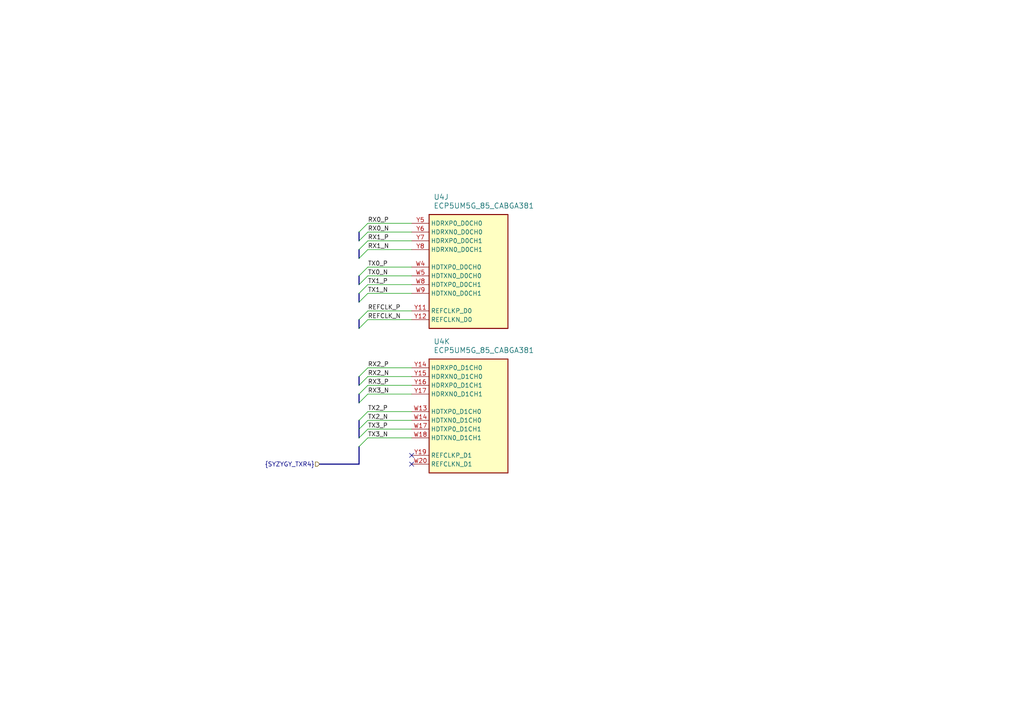
<source format=kicad_sch>
(kicad_sch (version 20200618) (host eeschema "5.99.0-unknown-73168a9~101~ubuntu18.04.1")
  (page 1 19)
  (paper "A4")
  (lib_symbols
    (symbol "gkl_lattice:ECP5UM5G_85_CABGA381"
      (property "Reference" "U" (at 3.81 6.35 0))
      (property "Value" "ECP5UM5G_85_CABGA381" (at 3.81 3.81 0))
      (symbol "ECP5UM5G_85_CABGA381_1_1"
        (rectangle (start 5.08 16.51) (end 43.18 -11.43) (stroke (width 0.3048)) (fill (type background)))
        (pin power_in line (at 40.64 -16.51 90) (length 5.08) (name "GND[85]") (number "B14"))
        (pin power_in line (at 40.64 -16.51 90) (length 5.08) (name "GND[85]") (number "B7"))
        (pin power_in line (at 40.64 -16.51 90) (length 5.08) (name "GND[85]") (number "C19"))
        (pin power_in line (at 40.64 -16.51 90) (length 5.08) (name "GND[85]") (number "D4"))
        (pin power_in line (at 40.64 -16.51 90) (length 5.08) (name "GND[85]") (number "F13"))
        (pin power_in line (at 40.64 -16.51 90) (length 5.08) (name "GND[85]") (number "F14"))
        (pin power_in line (at 17.78 21.59 270) (length 5.08) (name "VCCAUX[4]") (number "F15"))
        (pin power_in line (at 17.78 21.59 270) (length 5.08) (name "VCCAUX[4]") (number "F6"))
        (pin power_in line (at 40.64 -16.51 90) (length 5.08) (name "GND[85]") (number "F7"))
        (pin power_in line (at 40.64 -16.51 90) (length 5.08) (name "GND[85]") (number "F8"))
        (pin power_in line (at 40.64 -16.51 90) (length 5.08) (name "GND[85]") (number "G10"))
        (pin power_in line (at 40.64 -16.51 90) (length 5.08) (name "GND[85]") (number "G11"))
        (pin power_in line (at 40.64 -16.51 90) (length 5.08) (name "GND[85]") (number "G12"))
        (pin power_in line (at 40.64 -16.51 90) (length 5.08) (name "GND[85]") (number "G13"))
        (pin power_in line (at 40.64 -16.51 90) (length 5.08) (name "GND[85]") (number "G14"))
        (pin power_in line (at 40.64 -16.51 90) (length 5.08) (name "GND[85]") (number "G15"))
        (pin power_in line (at 40.64 -16.51 90) (length 5.08) (name "GND[85]") (number "G17"))
        (pin power_in line (at 40.64 -16.51 90) (length 5.08) (name "GND[85]") (number "G4"))
        (pin power_in line (at 40.64 -16.51 90) (length 5.08) (name "GND[85]") (number "G6"))
        (pin power_in line (at 40.64 -16.51 90) (length 5.08) (name "GND[85]") (number "G7"))
        (pin power_in line (at 40.64 -16.51 90) (length 5.08) (name "GND[85]") (number "G8"))
        (pin power_in line (at 40.64 -16.51 90) (length 5.08) (name "GND[85]") (number "G9"))
        (pin power_in line (at 40.64 21.59 270) (length 5.08) (name "VCC[20]") (number "H10"))
        (pin power_in line (at 40.64 21.59 270) (length 5.08) (name "VCC[20]") (number "H11"))
        (pin power_in line (at 40.64 21.59 270) (length 5.08) (name "VCC[20]") (number "H12"))
        (pin power_in line (at 40.64 21.59 270) (length 5.08) (name "VCC[20]") (number "H13"))
        (pin power_in line (at 40.64 -16.51 90) (length 5.08) (name "GND[85]") (number "H19"))
        (pin power_in line (at 40.64 21.59 270) (length 5.08) (name "VCC[20]") (number "H8"))
        (pin power_in line (at 40.64 21.59 270) (length 5.08) (name "VCC[20]") (number "H9"))
        (pin power_in line (at 40.64 -16.51 90) (length 5.08) (name "GND[85]") (number "J10"))
        (pin power_in line (at 40.64 -16.51 90) (length 5.08) (name "GND[85]") (number "J11"))
        (pin power_in line (at 40.64 -16.51 90) (length 5.08) (name "GND[85]") (number "J12"))
        (pin power_in line (at 40.64 21.59 270) (length 5.08) (name "VCC[20]") (number "J13"))
        (pin power_in line (at 40.64 -16.51 90) (length 5.08) (name "GND[85]") (number "J14"))
        (pin power_in line (at 40.64 -16.51 90) (length 5.08) (name "GND[85]") (number "J2"))
        (pin power_in line (at 40.64 -16.51 90) (length 5.08) (name "GND[85]") (number "J7"))
        (pin power_in line (at 40.64 21.59 270) (length 5.08) (name "VCC[20]") (number "J8"))
        (pin power_in line (at 40.64 -16.51 90) (length 5.08) (name "GND[85]") (number "J9"))
        (pin power_in line (at 40.64 -16.51 90) (length 5.08) (name "GND[85]") (number "K10"))
        (pin power_in line (at 40.64 -16.51 90) (length 5.08) (name "GND[85]") (number "K11"))
        (pin power_in line (at 40.64 -16.51 90) (length 5.08) (name "GND[85]") (number "K12"))
        (pin power_in line (at 40.64 21.59 270) (length 5.08) (name "VCC[20]") (number "K13"))
        (pin power_in line (at 40.64 -16.51 90) (length 5.08) (name "GND[85]") (number "K14"))
        (pin power_in line (at 40.64 -16.51 90) (length 5.08) (name "GND[85]") (number "K15"))
        (pin power_in line (at 40.64 -16.51 90) (length 5.08) (name "GND[85]") (number "K6"))
        (pin power_in line (at 40.64 -16.51 90) (length 5.08) (name "GND[85]") (number "K7"))
        (pin power_in line (at 40.64 21.59 270) (length 5.08) (name "VCC[20]") (number "K8"))
        (pin power_in line (at 40.64 -16.51 90) (length 5.08) (name "GND[85]") (number "K9"))
        (pin power_in line (at 40.64 -16.51 90) (length 5.08) (name "GND[85]") (number "L10"))
        (pin power_in line (at 40.64 -16.51 90) (length 5.08) (name "GND[85]") (number "L11"))
        (pin power_in line (at 40.64 -16.51 90) (length 5.08) (name "GND[85]") (number "L12"))
        (pin power_in line (at 40.64 21.59 270) (length 5.08) (name "VCC[20]") (number "L13"))
        (pin power_in line (at 40.64 21.59 270) (length 5.08) (name "VCC[20]") (number "L8"))
        (pin power_in line (at 40.64 -16.51 90) (length 5.08) (name "GND[85]") (number "L9"))
        (pin power_in line (at 40.64 -16.51 90) (length 5.08) (name "GND[85]") (number "M10"))
        (pin power_in line (at 40.64 -16.51 90) (length 5.08) (name "GND[85]") (number "M11"))
        (pin power_in line (at 40.64 -16.51 90) (length 5.08) (name "GND[85]") (number "M12"))
        (pin power_in line (at 40.64 21.59 270) (length 5.08) (name "VCC[20]") (number "M13"))
        (pin power_in line (at 40.64 -16.51 90) (length 5.08) (name "GND[85]") (number "M14"))
        (pin power_in line (at 40.64 -16.51 90) (length 5.08) (name "GND[85]") (number "M16"))
        (pin power_in line (at 40.64 -16.51 90) (length 5.08) (name "GND[85]") (number "M2"))
        (pin power_in line (at 40.64 -16.51 90) (length 5.08) (name "GND[85]") (number "M7"))
        (pin power_in line (at 40.64 21.59 270) (length 5.08) (name "VCC[20]") (number "M8"))
        (pin power_in line (at 40.64 -16.51 90) (length 5.08) (name "GND[85]") (number "M9"))
        (pin power_in line (at 40.64 21.59 270) (length 5.08) (name "VCC[20]") (number "N10"))
        (pin power_in line (at 40.64 21.59 270) (length 5.08) (name "VCC[20]") (number "N11"))
        (pin power_in line (at 40.64 21.59 270) (length 5.08) (name "VCC[20]") (number "N12"))
        (pin power_in line (at 40.64 21.59 270) (length 5.08) (name "VCC[20]") (number "N13"))
        (pin power_in line (at 40.64 -16.51 90) (length 5.08) (name "GND[85]") (number "N14"))
        (pin power_in line (at 40.64 -16.51 90) (length 5.08) (name "GND[85]") (number "N15"))
        (pin power_in line (at 40.64 -16.51 90) (length 5.08) (name "GND[85]") (number "N6"))
        (pin power_in line (at 40.64 -16.51 90) (length 5.08) (name "GND[85]") (number "N7"))
        (pin power_in line (at 40.64 21.59 270) (length 5.08) (name "VCC[20]") (number "N8"))
        (pin power_in line (at 40.64 21.59 270) (length 5.08) (name "VCC[20]") (number "N9"))
        (pin power_in line (at 40.64 -16.51 90) (length 5.08) (name "GND[85]") (number "P11"))
        (pin power_in line (at 40.64 -16.51 90) (length 5.08) (name "GND[85]") (number "P12"))
        (pin power_in line (at 40.64 -16.51 90) (length 5.08) (name "GND[85]") (number "P13"))
        (pin power_in line (at 40.64 -16.51 90) (length 5.08) (name "GND[85]") (number "P14"))
        (pin power_in line (at 17.78 21.59 270) (length 5.08) (name "VCCAUX[4]") (number "P15"))
        (pin power_in line (at 17.78 21.59 270) (length 5.08) (name "VCCAUX[4]") (number "P6"))
        (pin power_in line (at 40.64 -16.51 90) (length 5.08) (name "GND[85]") (number "P7"))
        (pin power_in line (at 40.64 -16.51 90) (length 5.08) (name "GND[85]") (number "P8"))
        (pin power_in line (at 40.64 -16.51 90) (length 5.08) (name "GND[85]") (number "R19"))
        (pin power_in line (at 35.56 21.59 270) (length 5.08) (name "VCCHTX1_D0CH1") (number "T10"))
        (pin power_in line (at 33.02 21.59 270) (length 5.08) (name "VCCHTX0_D1CH0") (number "T11"))
        (pin power_in line (at 22.86 21.59 270) (length 5.08) (name "VCCHRX0_D1CH0") (number "T12"))
        (pin power_in line (at 27.94 21.59 270) (length 5.08) (name "VCCHRX1_D1CH1") (number "T13"))
        (pin power_in line (at 38.1 21.59 270) (length 5.08) (name "VCCHTX1_D1CH1") (number "T14"))
        (pin power_in line (at 10.16 21.59 270) (length 5.08) (name "VCCA1[2]") (number "T15"))
        (pin power_in line (at 7.62 21.59 270) (length 5.08) (name "VCCA0[2]") (number "T6"))
        (pin power_in line (at 30.48 21.59 270) (length 5.08) (name "VCCHTX0_D0CH0") (number "T7"))
        (pin power_in line (at 20.32 21.59 270) (length 5.08) (name "VCCHRX0_D0CH0") (number "T8"))
        (pin power_in line (at 25.4 21.59 270) (length 5.08) (name "VCCHRX1_D0CH1") (number "T9"))
        (pin power_in line (at 40.64 -16.51 90) (length 5.08) (name "GND[85]") (number "U10"))
        (pin power_in line (at 40.64 -16.51 90) (length 5.08) (name "GND[85]") (number "U11"))
        (pin power_in line (at 40.64 -16.51 90) (length 5.08) (name "GND[85]") (number "U12"))
        (pin power_in line (at 40.64 -16.51 90) (length 5.08) (name "GND[85]") (number "U13"))
        (pin power_in line (at 40.64 -16.51 90) (length 5.08) (name "GND[85]") (number "U14"))
        (pin power_in line (at 10.16 21.59 270) (length 5.08) (name "VCCA1[2]") (number "U15"))
        (pin power_in line (at 7.62 21.59 270) (length 5.08) (name "VCCA0[2]") (number "U6"))
        (pin power_in line (at 40.64 -16.51 90) (length 5.08) (name "GND[85]") (number "U7"))
        (pin power_in line (at 40.64 -16.51 90) (length 5.08) (name "GND[85]") (number "U8"))
        (pin power_in line (at 40.64 -16.51 90) (length 5.08) (name "GND[85]") (number "U9"))
        (pin power_in line (at 12.7 21.59 270) (length 5.08) (name "VCCAUXA0[2]") (number "V10"))
        (pin power_in line (at 12.7 21.59 270) (length 5.08) (name "VCCAUXA0[2]") (number "V11"))
        (pin power_in line (at 40.64 -16.51 90) (length 5.08) (name "GND[85]") (number "V12"))
        (pin power_in line (at 40.64 -16.51 90) (length 5.08) (name "GND[85]") (number "V13"))
        (pin power_in line (at 40.64 -16.51 90) (length 5.08) (name "GND[85]") (number "V14"))
        (pin power_in line (at 40.64 -16.51 90) (length 5.08) (name "GND[85]") (number "V15"))
        (pin power_in line (at 40.64 -16.51 90) (length 5.08) (name "GND[85]") (number "V16"))
        (pin power_in line (at 15.24 21.59 270) (length 5.08) (name "VCCAUXA1[2]") (number "V17"))
        (pin power_in line (at 15.24 21.59 270) (length 5.08) (name "VCCAUXA1[2]") (number "V18"))
        (pin power_in line (at 40.64 -16.51 90) (length 5.08) (name "GND[85]") (number "V19"))
        (pin power_in line (at 40.64 -16.51 90) (length 5.08) (name "GND[85]") (number "V20"))
        (pin power_in line (at 40.64 -16.51 90) (length 5.08) (name "GND[85]") (number "V5"))
        (pin power_in line (at 40.64 -16.51 90) (length 5.08) (name "GND[85]") (number "V6"))
        (pin power_in line (at 40.64 -16.51 90) (length 5.08) (name "GND[85]") (number "V7"))
        (pin power_in line (at 40.64 -16.51 90) (length 5.08) (name "GND[85]") (number "V8"))
        (pin power_in line (at 40.64 -16.51 90) (length 5.08) (name "GND[85]") (number "V9"))
        (pin bidirectional line (at 0 0 0) (length 5.08) (name "RESERVED") (number "W10"))
        (pin bidirectional line (at 0 -2.54 0) (length 5.08) (name "RESERVED") (number "W11"))
        (pin power_in line (at 40.64 -16.51 90) (length 5.08) (name "GND[85]") (number "W12"))
        (pin power_in line (at 40.64 -16.51 90) (length 5.08) (name "GND[85]") (number "W15"))
        (pin power_in line (at 40.64 -16.51 90) (length 5.08) (name "GND[85]") (number "W16"))
        (pin power_in line (at 40.64 -16.51 90) (length 5.08) (name "GND[85]") (number "W19"))
        (pin power_in line (at 40.64 -16.51 90) (length 5.08) (name "GND[85]") (number "W6"))
        (pin power_in line (at 40.64 -16.51 90) (length 5.08) (name "GND[85]") (number "W7"))
      )
      (symbol "ECP5UM5G_85_CABGA381_2_1"
        (rectangle (start 5.08 2.54) (end 40.64 -68.58) (stroke (width 0.3048)) (fill (type background)))
        (pin bidirectional line (at 0 -58.42 0) (length 5.08) (name "PT63A/PCLKT0_1") (number "A10"))
        (pin bidirectional line (at 0 -60.96 0) (length 5.08) (name "PT63B/PCLKC0_1") (number "A11"))
        (pin bidirectional line (at 0 0 0) (length 5.08) (name "PT4A/ULC_GPLL1T_IN") (number "A6"))
        (pin bidirectional line (at 0 -30.48 0) (length 5.08) (name "PT18A") (number "A7"))
        (pin bidirectional line (at 0 -33.02 0) (length 5.08) (name "PT18B") (number "A8"))
        (pin bidirectional line (at 0 -53.34 0) (length 5.08) (name "PT60A/GR_PCLK0_1") (number "A9"))
        (pin bidirectional line (at 0 -55.88 0) (length 5.08) (name "PT60B/GR_PCLK0_0") (number "B10"))
        (pin bidirectional line (at 0 -63.5 0) (length 5.08) (name "PT65A/PCLKT0_0") (number "B11"))
        (pin bidirectional line (at 0 -2.54 0) (length 5.08) (name "PT4B/ULC_GPLL1C_IN") (number "B6"))
        (pin bidirectional line (at 0 -27.94 0) (length 5.08) (name "PT15B") (number "B8"))
        (pin bidirectional line (at 0 -48.26 0) (length 5.08) (name "PT58A") (number "B9"))
        (pin bidirectional line (at 0 -50.8 0) (length 5.08) (name "PT58B") (number "C10"))
        (pin bidirectional line (at 0 -66.04 0) (length 5.08) (name "PT65B/PCLKC0_0") (number "C11"))
        (pin bidirectional line (at 0 -15.24 0) (length 5.08) (name "PT11A") (number "C6"))
        (pin bidirectional line (at 0 -17.78 0) (length 5.08) (name "PT11B") (number "C7"))
        (pin bidirectional line (at 0 -25.4 0) (length 5.08) (name "PT15A") (number "C8"))
        (pin bidirectional line (at 0 -40.64 0) (length 5.08) (name "PT54A") (number "C9"))
        (pin bidirectional line (at 0 -43.18 0) (length 5.08) (name "PT56A") (number "D10"))
        (pin bidirectional line (at 0 -7.62 0) (length 5.08) (name "PT6B") (number "D6"))
        (pin bidirectional line (at 0 -12.7 0) (length 5.08) (name "PT9B") (number "D7"))
        (pin bidirectional line (at 0 -22.86 0) (length 5.08) (name "PT13B") (number "D8"))
        (pin bidirectional line (at 0 -35.56 0) (length 5.08) (name "PT20A") (number "D9"))
        (pin bidirectional line (at 0 -45.72 0) (length 5.08) (name "PT56B") (number "E10"))
        (pin bidirectional line (at 0 -5.08 0) (length 5.08) (name "PT6A") (number "E6"))
        (pin bidirectional line (at 0 -10.16 0) (length 5.08) (name "PT9A") (number "E7"))
        (pin bidirectional line (at 0 -20.32 0) (length 5.08) (name "PT13A") (number "E8"))
        (pin bidirectional line (at 0 -38.1 0) (length 5.08) (name "PT20B") (number "E9"))
        (pin power_in line (at 38.1 7.62 270) (length 5.08) (name "VCCIO0[2]") (number "F10"))
        (pin power_in line (at 38.1 7.62 270) (length 5.08) (name "VCCIO0[2]") (number "F9"))
      )
      (symbol "ECP5UM5G_85_CABGA381_3_1"
        (rectangle (start 5.08 2.54) (end 40.64 -83.82) (stroke (width 0.3048)) (fill (type background)))
        (pin bidirectional line (at 0 -15.24 0) (length 5.08) (name "PT76A") (number "A12"))
        (pin bidirectional line (at 0 -17.78 0) (length 5.08) (name "PT76B") (number "A13"))
        (pin bidirectional line (at 0 -30.48 0) (length 5.08) (name "PT83A") (number "A14"))
        (pin bidirectional line (at 0 -40.64 0) (length 5.08) (name "PT103A") (number "A15"))
        (pin bidirectional line (at 0 -53.34 0) (length 5.08) (name "PT110A") (number "A16"))
        (pin bidirectional line (at 0 -68.58 0) (length 5.08) (name "PT116A") (number "A17"))
        (pin bidirectional line (at 0 -73.66 0) (length 5.08) (name "PT119A") (number "A18"))
        (pin bidirectional line (at 0 -78.74 0) (length 5.08) (name "PT121A/URC_GPLL1T_IN") (number "A19"))
        (pin bidirectional line (at 0 -5.08 0) (length 5.08) (name "PT71A/PCLKT1_0") (number "B12"))
        (pin bidirectional line (at 0 -20.32 0) (length 5.08) (name "PT78A") (number "B13"))
        (pin bidirectional line (at 0 -43.18 0) (length 5.08) (name "PT105A") (number "B15"))
        (pin bidirectional line (at 0 -55.88 0) (length 5.08) (name "PT110B") (number "B16"))
        (pin bidirectional line (at 0 -63.5 0) (length 5.08) (name "PT114A") (number "B17"))
        (pin bidirectional line (at 0 -71.12 0) (length 5.08) (name "PT116B") (number "B18"))
        (pin bidirectional line (at 0 -76.2 0) (length 5.08) (name "PT119B") (number "B19"))
        (pin bidirectional line (at 0 -81.28 0) (length 5.08) (name "PT121B/URC_GPLL1C_IN") (number "B20"))
        (pin bidirectional line (at 0 -7.62 0) (length 5.08) (name "PT71B/PCLKC1_0") (number "C12"))
        (pin bidirectional line (at 0 -22.86 0) (length 5.08) (name "PT78B") (number "C13"))
        (pin bidirectional line (at 0 -33.02 0) (length 5.08) (name "PT83B") (number "C14"))
        (pin bidirectional line (at 0 -45.72 0) (length 5.08) (name "PT105B") (number "C15"))
        (pin bidirectional line (at 0 -58.42 0) (length 5.08) (name "PT112A") (number "C16"))
        (pin bidirectional line (at 0 -66.04 0) (length 5.08) (name "PT114B") (number "C17"))
        (pin bidirectional line (at 0 0 0) (length 5.08) (name "PT69A/PCLKT1_1") (number "D11"))
        (pin bidirectional line (at 0 -10.16 0) (length 5.08) (name "PT74A/GR_PCLK1_0") (number "D12"))
        (pin bidirectional line (at 0 -25.4 0) (length 5.08) (name "PT80A") (number "D13"))
        (pin bidirectional line (at 0 -35.56 0) (length 5.08) (name "PT85A") (number "D14"))
        (pin bidirectional line (at 0 -48.26 0) (length 5.08) (name "PT107A") (number "D15"))
        (pin bidirectional line (at 0 -60.96 0) (length 5.08) (name "PT112B") (number "D16"))
        (pin bidirectional line (at 0 -2.54 0) (length 5.08) (name "PT69B/PCLKC1_1") (number "E11"))
        (pin bidirectional line (at 0 -12.7 0) (length 5.08) (name "PT74B/GR_PCLK1_1") (number "E12"))
        (pin bidirectional line (at 0 -27.94 0) (length 5.08) (name "PT80B") (number "E13"))
        (pin bidirectional line (at 0 -38.1 0) (length 5.08) (name "PT85B") (number "E14"))
        (pin bidirectional line (at 0 -50.8 0) (length 5.08) (name "PT107B") (number "E15"))
        (pin power_in line (at 38.1 7.62 270) (length 5.08) (name "VCCIO1[2]") (number "F11"))
        (pin power_in line (at 38.1 7.62 270) (length 5.08) (name "VCCIO1[2]") (number "F12"))
      )
      (symbol "ECP5UM5G_85_CABGA381_4_1"
        (rectangle (start 5.08 2.54) (end 40.64 -86.36) (stroke (width 0.3048)) (fill (type background)))
        (pin bidirectional line (at 0 0 0) (length 5.08) (name "PR11A/URC_GPLL0T_IN/RDQ17") (number "C18"))
        (pin bidirectional line (at 0 -45.72 0) (length 5.08) (name "PR35A/RDQ41") (number "C20"))
        (pin bidirectional line (at 0 -2.54 0) (length 5.08) (name "PR11B/URC_GPLL0C_IN/RDQ17") (number "D17"))
        (pin bidirectional line (at 0 -10.16 0) (length 5.08) (name "PR14A/RDQ17") (number "D18"))
        (pin bidirectional line (at 0 -48.26 0) (length 5.08) (name "PR35B/RDQ41") (number "D19"))
        (pin bidirectional line (at 0 -50.8 0) (length 5.08) (name "PR35C/VREF1_2/RDQ41") (number "D20"))
        (pin bidirectional line (at 0 -5.08 0) (length 5.08) (name "PR11C/RDQ17") (number "E16"))
        (pin bidirectional line (at 0 -12.7 0) (length 5.08) (name "PR14B/RDQ17") (number "E17"))
        (pin bidirectional line (at 0 -15.24 0) (length 5.08) (name "PR14C/RDQ17") (number "E18"))
        (pin bidirectional line (at 0 -53.34 0) (length 5.08) (name "PR35D/RDQ41") (number "E19"))
        (pin bidirectional line (at 0 -55.88 0) (length 5.08) (name "PR38A/RDQ41") (number "E20"))
        (pin bidirectional line (at 0 -7.62 0) (length 5.08) (name "PR11D/RDQ17") (number "F16"))
        (pin bidirectional line (at 0 -20.32 0) (length 5.08) (name "PR17A/RDQS17") (number "F17"))
        (pin bidirectional line (at 0 -17.78 0) (length 5.08) (name "PR14D/RDQ17") (number "F18"))
        (pin bidirectional line (at 0 -58.42 0) (length 5.08) (name "PR38B/RDQ41") (number "F19"))
        (pin bidirectional line (at 0 -60.96 0) (length 5.08) (name "PR38C/RDQ41") (number "F20"))
        (pin bidirectional line (at 0 -25.4 0) (length 5.08) (name "PR17C/RDQ17") (number "G16"))
        (pin bidirectional line (at 0 -22.86 0) (length 5.08) (name "PR17B/RDQSN17") (number "G18"))
        (pin bidirectional line (at 0 -66.04 0) (length 5.08) (name "PR41A/GR_PCLK2_1/RDQS41") (number "G19"))
        (pin bidirectional line (at 0 -63.5 0) (length 5.08) (name "PR38D/RDQ41") (number "G20"))
        (pin power_in line (at 38.1 7.62 270) (length 5.08) (name "VCCIO2[3]") (number "H14"))
        (pin power_in line (at 38.1 7.62 270) (length 5.08) (name "VCCIO2[3]") (number "H15"))
        (pin bidirectional line (at 0 -27.94 0) (length 5.08) (name "PR17D/RDQ17") (number "H16"))
        (pin bidirectional line (at 0 -33.02 0) (length 5.08) (name "PR20B/RDQ17") (number "H17"))
        (pin bidirectional line (at 0 -30.48 0) (length 5.08) (name "PR20A/RDQ17") (number "H18"))
        (pin bidirectional line (at 0 -68.58 0) (length 5.08) (name "PR41B/RDQSN41") (number "H20"))
        (pin power_in line (at 38.1 7.62 270) (length 5.08) (name "VCCIO2[3]") (number "J15"))
        (pin bidirectional line (at 0 -38.1 0) (length 5.08) (name "PR20D/RDQ17") (number "J16"))
        (pin bidirectional line (at 0 -35.56 0) (length 5.08) (name "PR20C/RDQ17") (number "J17"))
        (pin bidirectional line (at 0 -71.12 0) (length 5.08) (name "PR41C/GR_PCLK2_0/RDQ41") (number "J18"))
        (pin bidirectional line (at 0 -76.2 0) (length 5.08) (name "PR44A/PCLKT2_1/RDQ41") (number "J19"))
        (pin bidirectional line (at 0 -81.28 0) (length 5.08) (name "PR44C/PCLKT2_0/RDQ41") (number "J20"))
        (pin bidirectional line (at 0 -40.64 0) (length 5.08) (name "PR29A/RDQS29") (number "K16"))
        (pin bidirectional line (at 0 -43.18 0) (length 5.08) (name "PR29B/RDQSN29") (number "K17"))
        (pin bidirectional line (at 0 -73.66 0) (length 5.08) (name "PR41D/RDQ41") (number "K18"))
        (pin bidirectional line (at 0 -78.74 0) (length 5.08) (name "PR44B/PCLKC2_1/RDQ41") (number "K19"))
        (pin bidirectional line (at 0 -83.82 0) (length 5.08) (name "PR44D/PCLKC2_0/RDQ41") (number "K20"))
      )
      (symbol "ECP5UM5G_85_CABGA381_5_1"
        (rectangle (start 5.08 2.54) (end 40.64 -83.82) (stroke (width 0.3048)) (fill (type background)))
        (pin power_in line (at 38.1 7.62 270) (length 5.08) (name "VCCIO3[3]") (number "L14"))
        (pin power_in line (at 38.1 7.62 270) (length 5.08) (name "VCCIO3[3]") (number "L15"))
        (pin bidirectional line (at 0 -10.16 0) (length 5.08) (name "PR50A/GR_PCLK3_0/RDQ53") (number "L16"))
        (pin bidirectional line (at 0 -12.7 0) (length 5.08) (name "PR50B/RDQ53") (number "L17"))
        (pin bidirectional line (at 0 -15.24 0) (length 5.08) (name "PR50C/GR_PCLK3_1/RDQ53") (number "L18"))
        (pin bidirectional line (at 0 -5.08 0) (length 5.08) (name "PR47C/PCLKT3_0/RDQ53") (number "L19"))
        (pin bidirectional line (at 0 0 0) (length 5.08) (name "PR47A/PCLKT3_1/RDQ53") (number "L20"))
        (pin power_in line (at 38.1 7.62 270) (length 5.08) (name "VCCIO3[3]") (number "M15"))
        (pin bidirectional line (at 0 -22.86 0) (length 5.08) (name "PR53B/RDQSN53") (number "M17"))
        (pin bidirectional line (at 0 -17.78 0) (length 5.08) (name "PR50D/RDQ53") (number "M18"))
        (pin bidirectional line (at 0 -7.62 0) (length 5.08) (name "PR47D/PCLKC3_0/RDQ53") (number "M19"))
        (pin bidirectional line (at 0 -2.54 0) (length 5.08) (name "PR47B/PCLKC3_1/RDQ53") (number "M20"))
        (pin bidirectional line (at 0 -20.32 0) (length 5.08) (name "PR53A/RDQS53") (number "N16"))
        (pin bidirectional line (at 0 -30.48 0) (length 5.08) (name "PR56A/RDQ53") (number "N17"))
        (pin bidirectional line (at 0 -25.4 0) (length 5.08) (name "PR53C/RDQ53") (number "N18"))
        (pin bidirectional line (at 0 -43.18 0) (length 5.08) (name "PR83A/RDQ89") (number "N19"))
        (pin bidirectional line (at 0 -45.72 0) (length 5.08) (name "PR83B/RDQ89") (number "N20"))
        (pin bidirectional line (at 0 -33.02 0) (length 5.08) (name "PR56B/VREF1_3/RDQ53") (number "P16"))
        (pin bidirectional line (at 0 -27.94 0) (length 5.08) (name "PR53D/RDQ53") (number "P17"))
        (pin bidirectional line (at 0 -50.8 0) (length 5.08) (name "PR83D/RDQ89") (number "P18"))
        (pin bidirectional line (at 0 -48.26 0) (length 5.08) (name "PR83C/RDQ89") (number "P19"))
        (pin bidirectional line (at 0 -53.34 0) (length 5.08) (name "PR86A/RDQ89") (number "P20"))
        (pin bidirectional line (at 0 -35.56 0) (length 5.08) (name "PR56C/RDQ53") (number "R16"))
        (pin bidirectional line (at 0 -38.1 0) (length 5.08) (name "PR56D/RDQ53") (number "R17"))
        (pin bidirectional line (at 0 -66.04 0) (length 5.08) (name "PR89B/RDQSN89") (number "R18"))
        (pin bidirectional line (at 0 -55.88 0) (length 5.08) (name "PR86B/RDQ89") (number "R20"))
        (pin bidirectional line (at 0 -40.64 0) (length 5.08) (name "PR77A/RDQS77") (number "T16"))
        (pin bidirectional line (at 0 -81.28 0) (length 5.08) (name "PR92D/LRC_GPLL0C_IN/RDQ89") (number "T17"))
        (pin bidirectional line (at 0 -71.12 0) (length 5.08) (name "PR89D/RDQ89") (number "T18"))
        (pin bidirectional line (at 0 -63.5 0) (length 5.08) (name "PR89A/RDQS89") (number "T19"))
        (pin bidirectional line (at 0 -58.42 0) (length 5.08) (name "PR86C/RDQ89") (number "T20"))
        (pin bidirectional line (at 0 -78.74 0) (length 5.08) (name "PR92C/LRC_GPLL0T_IN/RDQ89") (number "U16"))
        (pin bidirectional line (at 0 -76.2 0) (length 5.08) (name "PR92B/RDQ89") (number "U17"))
        (pin bidirectional line (at 0 -73.66 0) (length 5.08) (name "PR92A/RDQ89") (number "U18"))
        (pin bidirectional line (at 0 -68.58 0) (length 5.08) (name "PR89C/RDQ89") (number "U19"))
        (pin bidirectional line (at 0 -60.96 0) (length 5.08) (name "PR86D/RDQ89") (number "U20"))
      )
      (symbol "ECP5UM5G_85_CABGA381_6_1"
        (rectangle (start 5.08 2.54) (end 40.64 -83.82) (stroke (width 0.3048)) (fill (type background)))
        (pin bidirectional line (at 0 -2.54 0) (length 5.08) (name "PL47B/PCLKC6_1/LDQ53") (number "F1"))
        (pin bidirectional line (at 0 -7.62 0) (length 5.08) (name "PL47D/PCLKC6_0/LDQ53") (number "G1"))
        (pin bidirectional line (at 0 0 0) (length 5.08) (name "PL47A/PCLKT6_1/LDQ53") (number "G2"))
        (pin bidirectional line (at 0 -25.4 0) (length 5.08) (name "PL53C/LDQ53") (number "H1"))
        (pin bidirectional line (at 0 -5.08 0) (length 5.08) (name "PL47C/PCLKT6_0/LDQ53") (number "H2"))
        (pin bidirectional line (at 0 -22.86 0) (length 5.08) (name "PL53B/LDQSN53") (number "J1"))
        (pin bidirectional line (at 0 -15.24 0) (length 5.08) (name "PL50C/GR_PCLK6_1/LDQ53") (number "J3"))
        (pin bidirectional line (at 0 -10.16 0) (length 5.08) (name "PL50A/GR_PCLK6_0/LDQ53") (number "J4"))
        (pin bidirectional line (at 0 -12.7 0) (length 5.08) (name "PL50B/LDQ53") (number "J5"))
        (pin bidirectional line (at 0 -27.94 0) (length 5.08) (name "PL53D/LDQ53") (number "K1"))
        (pin bidirectional line (at 0 -20.32 0) (length 5.08) (name "PL53A/LDQS53") (number "K2"))
        (pin bidirectional line (at 0 -17.78 0) (length 5.08) (name "PL50D/LDQ53") (number "K3"))
        (pin bidirectional line (at 0 -30.48 0) (length 5.08) (name "PL56A/LDQ53") (number "K4"))
        (pin bidirectional line (at 0 -33.02 0) (length 5.08) (name "PL56B/VREF1_6/LDQ53") (number "K5"))
        (pin bidirectional line (at 0 -68.58 0) (length 5.08) (name "PL89C/LDQ89") (number "L1"))
        (pin bidirectional line (at 0 -60.96 0) (length 5.08) (name "PL86D/LDQ89") (number "L2"))
        (pin bidirectional line (at 0 -58.42 0) (length 5.08) (name "PL86C/LDQ89") (number "L3"))
        (pin bidirectional line (at 0 -35.56 0) (length 5.08) (name "PL56C/LDQ53") (number "L4"))
        (pin bidirectional line (at 0 -38.1 0) (length 5.08) (name "PL56D/LDQ53") (number "L5"))
        (pin power_in line (at 38.1 7.62 270) (length 5.08) (name "VCCIO6[3]") (number "L6"))
        (pin power_in line (at 38.1 7.62 270) (length 5.08) (name "VCCIO6[3]") (number "L7"))
        (pin bidirectional line (at 0 -66.04 0) (length 5.08) (name "PL89B/LDQSN89") (number "M1"))
        (pin bidirectional line (at 0 -55.88 0) (length 5.08) (name "PL86B/LDQ89") (number "M3"))
        (pin bidirectional line (at 0 -43.18 0) (length 5.08) (name "PL83A/LDQ89") (number "M4"))
        (pin bidirectional line (at 0 -40.64 0) (length 5.08) (name "PL77A/LDQS77") (number "M5"))
        (pin power_in line (at 38.1 7.62 270) (length 5.08) (name "VCCIO6[3]") (number "M6"))
        (pin bidirectional line (at 0 -71.12 0) (length 5.08) (name "PL89D/LDQ89") (number "N1"))
        (pin bidirectional line (at 0 -63.5 0) (length 5.08) (name "PL89A/LDQS89") (number "N2"))
        (pin bidirectional line (at 0 -53.34 0) (length 5.08) (name "PL86A/LDQ89") (number "N3"))
        (pin bidirectional line (at 0 -48.26 0) (length 5.08) (name "PL83C/LDQ89") (number "N4"))
        (pin bidirectional line (at 0 -45.72 0) (length 5.08) (name "PL83B/LDQ89") (number "N5"))
        (pin bidirectional line (at 0 -73.66 0) (length 5.08) (name "PL92A/LDQ89") (number "P1"))
        (pin bidirectional line (at 0 -76.2 0) (length 5.08) (name "PL92B/LDQ89") (number "P2"))
        (pin bidirectional line (at 0 -78.74 0) (length 5.08) (name "PL92C/LLC_GPLL0T_IN/LDQ89") (number "P3"))
        (pin bidirectional line (at 0 -81.28 0) (length 5.08) (name "PL92D/LLC_GPLL0C_IN/LDQ89") (number "P4"))
        (pin bidirectional line (at 0 -50.8 0) (length 5.08) (name "PL83D/LDQ89") (number "P5"))
      )
      (symbol "ECP5UM5G_85_CABGA381_7_1"
        (rectangle (start 5.08 2.54) (end 40.64 -81.28) (stroke (width 0.3048)) (fill (type background)))
        (pin bidirectional line (at 0 -40.64 0) (length 5.08) (name "PL35A/LDQ41") (number "A2"))
        (pin bidirectional line (at 0 -15.24 0) (length 5.08) (name "PL14C/LDQ17") (number "A3"))
        (pin bidirectional line (at 0 0 0) (length 5.08) (name "PL11A/ULC_GPLL0T_IN/LDQ17") (number "A4"))
        (pin bidirectional line (at 0 -2.54 0) (length 5.08) (name "PL11B/ULC_GPLL0C_IN/LDQ17") (number "A5"))
        (pin bidirectional line (at 0 -43.18 0) (length 5.08) (name "PL35B/LDQ41") (number "B1"))
        (pin bidirectional line (at 0 -45.72 0) (length 5.08) (name "PL35C/VREF1_7/LDQ41") (number "B2"))
        (pin bidirectional line (at 0 -17.78 0) (length 5.08) (name "PL14D/LDQ17") (number "B3"))
        (pin bidirectional line (at 0 -12.7 0) (length 5.08) (name "PL14B/LDQ17") (number "B4"))
        (pin bidirectional line (at 0 -5.08 0) (length 5.08) (name "PL11C/LDQ17") (number "B5"))
        (pin bidirectional line (at 0 -50.8 0) (length 5.08) (name "PL38A/LDQ41") (number "C1"))
        (pin bidirectional line (at 0 -48.26 0) (length 5.08) (name "PL35D/LDQ41") (number "C2"))
        (pin bidirectional line (at 0 -25.4 0) (length 5.08) (name "PL17C/LDQ17") (number "C3"))
        (pin bidirectional line (at 0 -10.16 0) (length 5.08) (name "PL14A/LDQ17") (number "C4"))
        (pin bidirectional line (at 0 -7.62 0) (length 5.08) (name "PL11D/LDQ17") (number "C5"))
        (pin bidirectional line (at 0 -53.34 0) (length 5.08) (name "PL38B/LDQ41") (number "D1"))
        (pin bidirectional line (at 0 -55.88 0) (length 5.08) (name "PL38C/LDQ41") (number "D2"))
        (pin bidirectional line (at 0 -27.94 0) (length 5.08) (name "PL17D/LDQ17") (number "D3"))
        (pin bidirectional line (at 0 -22.86 0) (length 5.08) (name "PL17B/LDQSN17") (number "D5"))
        (pin bidirectional line (at 0 -58.42 0) (length 5.08) (name "PL38D/LDQ41") (number "E1"))
        (pin bidirectional line (at 0 -78.74 0) (length 5.08) (name "PL44D/PCLKC7_0/LDQ41") (number "E2"))
        (pin bidirectional line (at 0 -33.02 0) (length 5.08) (name "PL20B/LDQ17") (number "E3"))
        (pin bidirectional line (at 0 -20.32 0) (length 5.08) (name "PL17A/LDQS17") (number "E4"))
        (pin bidirectional line (at 0 -35.56 0) (length 5.08) (name "PL20C/LDQ17") (number "E5"))
        (pin bidirectional line (at 0 -76.2 0) (length 5.08) (name "PL44C/PCLKT7_0/LDQ41") (number "F2"))
        (pin bidirectional line (at 0 -73.66 0) (length 5.08) (name "PL44B/PCLKC7_1/LDQ41") (number "F3"))
        (pin bidirectional line (at 0 -30.48 0) (length 5.08) (name "PL20A/LDQ17") (number "F4"))
        (pin bidirectional line (at 0 -38.1 0) (length 5.08) (name "PL20D/LDQ17") (number "F5"))
        (pin bidirectional line (at 0 -71.12 0) (length 5.08) (name "PL44A/PCLKT7_1/LDQ41") (number "G3"))
        (pin bidirectional line (at 0 -63.5 0) (length 5.08) (name "PL41B/LDQSN41") (number "G5"))
        (pin bidirectional line (at 0 -68.58 0) (length 5.08) (name "PL41D/LDQ41") (number "H3"))
        (pin bidirectional line (at 0 -60.96 0) (length 5.08) (name "PL41A/GR_PCLK7_1/LDQS41") (number "H4"))
        (pin bidirectional line (at 0 -66.04 0) (length 5.08) (name "PL41C/GR_PCLK7_0/LDQ41") (number "H5"))
        (pin power_in line (at 38.1 7.62 270) (length 5.08) (name "VCCIO7[3]") (number "H6"))
        (pin power_in line (at 38.1 7.62 270) (length 5.08) (name "VCCIO7[3]") (number "H7"))
        (pin power_in line (at 38.1 7.62 270) (length 5.08) (name "VCCIO7[3]") (number "J6"))
      )
      (symbol "ECP5UM5G_85_CABGA381_8_1"
        (rectangle (start 5.08 2.54) (end 45.72 -50.8) (stroke (width 0.3048)) (fill (type background)))
        (pin power_in line (at 43.18 7.62 270) (length 5.08) (name "VCCIO8[2]") (number "P10"))
        (pin power_in line (at 43.18 7.62 270) (length 5.08) (name "VCCIO8[2]") (number "P9"))
        (pin bidirectional line (at 0 -15.24 0) (length 5.08) (name "PB4A/D7/IO7") (number "R1"))
        (pin bidirectional line (at 0 -40.64 0) (length 5.08) (name "PB15A/HOLDN/DI/BUSY/CSSPIN/CEN") (number "R2"))
        (pin bidirectional line (at 0 -43.18 0) (length 5.08) (name "PB15B/DOUT/CSON") (number "R3"))
        (pin bidirectional line (at 0 -7.62 0) (length 5.08) (name "CFG_2") (number "R4"))
        (pin bidirectional line (at 0 -17.78 0) (length 5.08) (name "PB4B/D6/IO6") (number "T1"))
        (pin bidirectional line (at 0 -35.56 0) (length 5.08) (name "PB13A/SN/CSN") (number "T2"))
        (pin bidirectional line (at 0 -45.72 0) (length 5.08) (name "PB18A/WRITEN") (number "T3"))
        (pin bidirectional line (at 0 -5.08 0) (length 5.08) (name "CFG_1") (number "T4"))
        (pin bidirectional line (at 0 -20.32 0) (length 5.08) (name "PB6A/D5/MISO2/IO5") (number "U1"))
        (pin bidirectional line (at 0 -38.1 0) (length 5.08) (name "PB13B/CS1N") (number "U2"))
        (pin bidirectional line (at 0 0 0) (length 5.08) (name "CCLK/MCLK/SCK") (number "U3"))
        (pin bidirectional line (at 0 -2.54 0) (length 5.08) (name "CFG_0") (number "U4"))
        (pin bidirectional line (at 0 -22.86 0) (length 5.08) (name "PB6B/D4/MOSI2/IO4") (number "V1"))
        (pin bidirectional line (at 0 -30.48 0) (length 5.08) (name "PB11A/D1/MISO/IO1") (number "V2"))
        (pin bidirectional line (at 0 -12.7 0) (length 5.08) (name "INITN") (number "V3"))
        (pin bidirectional line (at 0 -25.4 0) (length 5.08) (name "PB9A/D3/IO3") (number "W1"))
        (pin bidirectional line (at 0 -33.02 0) (length 5.08) (name "PB11B/D0/MOSI/IO0") (number "W2"))
        (pin bidirectional line (at 0 -48.26 0) (length 5.08) (name "PROGRAMN") (number "W3"))
        (pin bidirectional line (at 0 -27.94 0) (length 5.08) (name "PB9B/D2/IO2") (number "Y2"))
        (pin bidirectional line (at 0 -10.16 0) (length 5.08) (name "DONE") (number "Y3"))
      )
      (symbol "ECP5UM5G_85_CABGA381_9_1"
        (rectangle (start 5.08 2.54) (end 12.7 -10.16) (stroke (width 0.3048)) (fill (type background)))
        (pin bidirectional line (at 0 -2.54 0) (length 5.08) (name "TDI") (number "R5"))
        (pin bidirectional line (at 0 0 0) (length 5.08) (name "TCK") (number "T5"))
        (pin bidirectional line (at 0 -7.62 0) (length 5.08) (name "TMS") (number "U5"))
        (pin bidirectional line (at 0 -5.08 0) (length 5.08) (name "TDO") (number "V4"))
      )
      (symbol "ECP5UM5G_85_CABGA381_10_1"
        (rectangle (start 5.08 5.08) (end 27.94 -27.94) (stroke (width 0.3048)) (fill (type background)))
        (pin bidirectional line (at 0 -10.16 0) (length 5.08) (name "HDTXP0_D0CH0") (number "W4"))
        (pin bidirectional line (at 0 -12.7 0) (length 5.08) (name "HDTXN0_D0CH0") (number "W5"))
        (pin bidirectional line (at 0 -15.24 0) (length 5.08) (name "HDTXP0_D0CH1") (number "W8"))
        (pin bidirectional line (at 0 -17.78 0) (length 5.08) (name "HDTXN0_D0CH1") (number "W9"))
        (pin bidirectional line (at 0 -22.86 0) (length 5.08) (name "REFCLKP_D0") (number "Y11"))
        (pin bidirectional line (at 0 -25.4 0) (length 5.08) (name "REFCLKN_D0") (number "Y12"))
        (pin bidirectional line (at 0 2.54 0) (length 5.08) (name "HDRXP0_D0CH0") (number "Y5"))
        (pin bidirectional line (at 0 0 0) (length 5.08) (name "HDRXN0_D0CH0") (number "Y6"))
        (pin bidirectional line (at 0 -2.54 0) (length 5.08) (name "HDRXP0_D0CH1") (number "Y7"))
        (pin bidirectional line (at 0 -5.08 0) (length 5.08) (name "HDRXN0_D0CH1") (number "Y8"))
      )
      (symbol "ECP5UM5G_85_CABGA381_11_1"
        (rectangle (start 5.08 5.08) (end 27.94 -27.94) (stroke (width 0.3048)) (fill (type background)))
        (pin bidirectional line (at 0 -10.16 0) (length 5.08) (name "HDTXP0_D1CH0") (number "W13"))
        (pin bidirectional line (at 0 -12.7 0) (length 5.08) (name "HDTXN0_D1CH0") (number "W14"))
        (pin bidirectional line (at 0 -15.24 0) (length 5.08) (name "HDTXP0_D1CH1") (number "W17"))
        (pin bidirectional line (at 0 -17.78 0) (length 5.08) (name "HDTXN0_D1CH1") (number "W18"))
        (pin bidirectional line (at 0 -25.4 0) (length 5.08) (name "REFCLKN_D1") (number "W20"))
        (pin bidirectional line (at 0 2.54 0) (length 5.08) (name "HDRXP0_D1CH0") (number "Y14"))
        (pin bidirectional line (at 0 0 0) (length 5.08) (name "HDRXN0_D1CH0") (number "Y15"))
        (pin bidirectional line (at 0 -2.54 0) (length 5.08) (name "HDRXP0_D1CH1") (number "Y16"))
        (pin bidirectional line (at 0 -5.08 0) (length 5.08) (name "HDRXN0_D1CH1") (number "Y17"))
        (pin bidirectional line (at 0 -22.86 0) (length 5.08) (name "REFCLKP_D1") (number "Y19"))
      )
    )
  )
  (no_connect (at 119.38 132.08))
  (no_connect (at 119.38 134.62))
  (bus_entry (at 104.14 67.31) (size 2.54 -2.54) (stroke (width 0.1524)))
  (bus_entry (at 104.14 69.85) (size 2.54 -2.54) (stroke (width 0.1524)))
  (bus_entry (at 104.14 72.39) (size 2.54 -2.54) (stroke (width 0.1524)))
  (bus_entry (at 104.14 74.93) (size 2.54 -2.54) (stroke (width 0.1524)))
  (bus_entry (at 104.14 80.01) (size 2.54 -2.54) (stroke (width 0.1524)))
  (bus_entry (at 104.14 82.55) (size 2.54 -2.54) (stroke (width 0.1524)))
  (bus_entry (at 104.14 85.09) (size 2.54 -2.54) (stroke (width 0.1524)))
  (bus_entry (at 104.14 87.63) (size 2.54 -2.54) (stroke (width 0.1524)))
  (bus_entry (at 104.14 92.71) (size 2.54 -2.54) (stroke (width 0.1524)))
  (bus_entry (at 104.14 95.25) (size 2.54 -2.54) (stroke (width 0.1524)))
  (bus_entry (at 104.14 109.22) (size 2.54 -2.54) (stroke (width 0.1524)))
  (bus_entry (at 104.14 111.76) (size 2.54 -2.54) (stroke (width 0.1524)))
  (bus_entry (at 104.14 114.3) (size 2.54 -2.54) (stroke (width 0.1524)))
  (bus_entry (at 104.14 116.84) (size 2.54 -2.54) (stroke (width 0.1524)))
  (bus_entry (at 104.14 121.92) (size 2.54 -2.54) (stroke (width 0.1524)))
  (bus_entry (at 104.14 124.46) (size 2.54 -2.54) (stroke (width 0.1524)))
  (bus_entry (at 104.14 127) (size 2.54 -2.54) (stroke (width 0.1524)))
  (bus_entry (at 104.14 129.54) (size 2.54 -2.54) (stroke (width 0.1524)))
  (wire (pts (xy 106.68 64.77) (xy 119.38 64.77)))
  (wire (pts (xy 106.68 67.31) (xy 119.38 67.31)))
  (wire (pts (xy 106.68 69.85) (xy 119.38 69.85)))
  (wire (pts (xy 106.68 72.39) (xy 119.38 72.39)))
  (wire (pts (xy 106.68 90.17) (xy 119.38 90.17)))
  (wire (pts (xy 106.68 92.71) (xy 119.38 92.71)))
  (wire (pts (xy 106.68 106.68) (xy 119.38 106.68)))
  (wire (pts (xy 106.68 109.22) (xy 119.38 109.22)))
  (wire (pts (xy 106.68 111.76) (xy 119.38 111.76)))
  (wire (pts (xy 106.68 114.3) (xy 119.38 114.3)))
  (wire (pts (xy 119.38 77.47) (xy 106.68 77.47)))
  (wire (pts (xy 119.38 80.01) (xy 106.68 80.01)))
  (wire (pts (xy 119.38 82.55) (xy 106.68 82.55)))
  (wire (pts (xy 119.38 85.09) (xy 106.68 85.09)))
  (wire (pts (xy 119.38 119.38) (xy 106.68 119.38)))
  (wire (pts (xy 119.38 121.92) (xy 106.68 121.92)))
  (wire (pts (xy 119.38 124.46) (xy 106.68 124.46)))
  (wire (pts (xy 119.38 127) (xy 106.68 127)))
  (bus (pts (xy 92.71 134.62) (xy 104.14 134.62)))
  (bus (pts (xy 104.14 67.31) (xy 104.14 72.39)))
  (bus (pts (xy 104.14 72.39) (xy 104.14 80.01)))
  (bus (pts (xy 104.14 80.01) (xy 104.14 85.09)))
  (bus (pts (xy 104.14 85.09) (xy 104.14 92.71)))
  (bus (pts (xy 104.14 92.71) (xy 104.14 109.22)))
  (bus (pts (xy 104.14 109.22) (xy 104.14 114.3)))
  (bus (pts (xy 104.14 114.3) (xy 104.14 121.92)))
  (bus (pts (xy 104.14 121.92) (xy 104.14 124.46)))
  (bus (pts (xy 104.14 124.46) (xy 104.14 129.54)))
  (bus (pts (xy 104.14 129.54) (xy 104.14 134.62)))
  (label "RX0_P" (at 106.68 64.77 0))
  (label "RX0_N" (at 106.68 67.31 0))
  (label "RX1_P" (at 106.68 69.85 0))
  (label "RX1_N" (at 106.68 72.39 0))
  (label "TX0_P" (at 106.68 77.47 0))
  (label "TX0_N" (at 106.68 80.01 0))
  (label "TX1_P" (at 106.68 82.55 0))
  (label "TX1_N" (at 106.68 85.09 0))
  (label "REFCLK_P" (at 106.68 90.17 0))
  (label "REFCLK_N" (at 106.68 92.71 0))
  (label "RX2_P" (at 106.68 106.68 0))
  (label "RX2_N" (at 106.68 109.22 0))
  (label "RX3_P" (at 106.68 111.76 0))
  (label "RX3_N" (at 106.68 114.3 0))
  (label "TX2_P" (at 106.68 119.38 0))
  (label "TX2_N" (at 106.68 121.92 0))
  (label "TX3_P" (at 106.68 124.46 0))
  (label "TX3_N" (at 106.68 127 0))
  (hierarchical_label "{SYZYGY_TXR4}" (shape input) (at 92.71 134.62 180))
  (symbol (lib_id "gkl_lattice:ECP5UM5G_85_CABGA381") (at 119.38 67.31 0) (unit 10)
    (property "Reference" "U4" (at 125.73 57.15 0) (effects (font (size 1.524 1.524)) (justify left)))
    (property "Value" "ECP5UM5G_85_CABGA381" (at 125.73 59.69 0) (effects (font (size 1.524 1.524)) (justify left)))
    (property "Footprint" "gkl_housings_bga:caBGA_381_17x17" (effects hide))
    (property "manf#" "ECP5UM5G_85" (effects hide))
  )
  (symbol (lib_id "gkl_lattice:ECP5UM5G_85_CABGA381") (at 119.38 109.22 0) (unit 11)
    (property "Reference" "U4" (at 125.73 99.06 0) (effects (font (size 1.524 1.524)) (justify left)))
    (property "Value" "ECP5UM5G_85_CABGA381" (at 125.73 101.6 0) (effects (font (size 1.524 1.524)) (justify left)))
    (property "Footprint" "gkl_housings_bga:caBGA_381_17x17" (effects hide))
    (property "manf#" "ECP5UM5G_85" (effects hide))
  )
)
</source>
